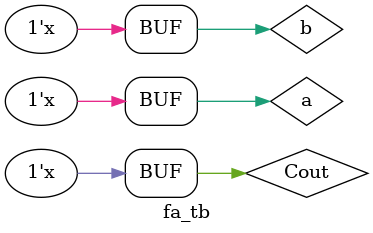
<source format=v>
`timescale 1ns / 1ps

module fa_tb;

    // Declare signals
    reg a, b, Cout;
    wire sum, carry;

    // Instantiate the DUT (Device Under Test)
    fa_bh dut (
        .sum(sum),
        .carry(carry),
        .a(a),
        .b(b),
        .Cout(Cout)
    );

    // Initial block to initialize inputs
    initial begin
        a = 0;
        b = 0;
        Cout = 0;
    end

    // Toggle 'a' every 100 time units
    always #100 a = ~a;

    // Toggle 'b' every 200 time units
    always #200 b = ~b;

    // Toggle 'Cout' every 400 time units
    always #400 Cout = ~Cout;

endmodule
</source>
